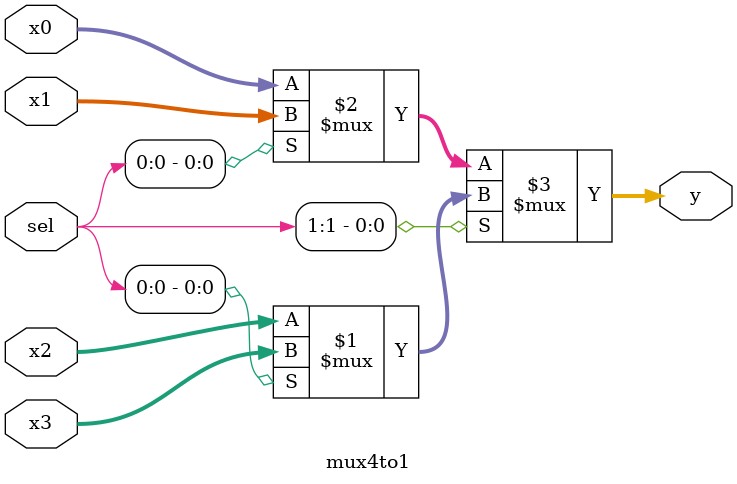
<source format=v>

module alu(
    input [31:0] a, b,
    input [2:0] f,
    output [31:0] y,
    output zero
);
    
    wire [31:0] and_out, or_out, add_out, cmp_out;
    andgate AND(.a(a), .b(b), .y(and_out));
    orgate OR(.a(a), .b(b), .y(or_out));
    adder ADD(.a(a), .b(f[2] ? (~b + 1'b1) : b), .y(add_out));
    comparator SLT(.a(a), .b(b), .y(cmp_out));
    
    wire [31:0] aluout;
    mux4to1 mux(f[1:0], and_out, or_out, add_out, cmp_out, aluout);
    assign y = (f === 3'b011) ? y : aluout;
    assign zero = (y === 32'b0);
endmodule

// 32-bit AND gate
module andgate(
    input [31:0] a, b,
    output [31:0] y
    );
    assign y = a & b;
endmodule

// 32-bit OR gate
module orgate(
    input [31:0] a, b,
    output [31:0] y
    );
    assign y = a | b;
endmodule

// 32-bit adder
module adder(
    input [31:0] a, b,
    output [31:0] y
    );
    assign y = a + b;
endmodule

// 32-bit comparator
module comparator(
    input [31:0] a, b,
    output [31:0] y
    );
//    assign y = a - b > 32'b1; for some reason this doesn't work...?
    wire [31:0] diff;
    assign diff = a + (~b + 1);
    assign y = {30'b0, diff[31]};
endmodule

module mux4to1#(parameter width=32)
(
    input [1:0] sel,
    input [width-1:0] x0, x1, x2, x3,
    output [width-1:0] y
);

assign y = (sel[1]) ?
              ((sel[0]) ? x3 : x2) :
              ((sel[0]) ? x1 : x0); 
endmodule

//module ALU (
//    input [31:0] a, b, 
//    input [2:0] f,
//    output reg [31:0] y,
//    output zero
//);
//    wire [31:0] BB ;
//    wire [31:0] S ;
//    wire   cout ;
//
//    assign BB = (f[2]) ? ~b : b ;
//    assign {cout, S} = f[2] + a + BB ;
//    always @ * begin
//        case (f[1:0])
//            2'b00 : y <= a & BB ;
//            2'b01 : y <= a | BB ;
//            2'b10 : y <= S ;
//            2'b11 : y <= {31'd0, S[31]};
//        endcase
//    end
//
//    assign zero = (y == 0) ;
//
//endmodule
</source>
